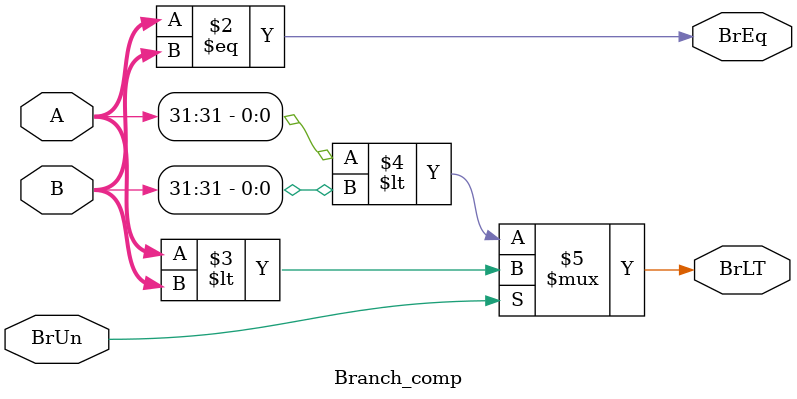
<source format=v>
module Branch_comp (
    input [31:0] A,
    input [31:0] B,
    input BrUn,
    output reg BrEq,
    output reg BrLT
);

    always @* begin : Bran_comp
        BrEq = (A == B);
        BrLT = (BrUn) ? (A < B) : (A[31] < B[31]);
    end

endmodule

</source>
